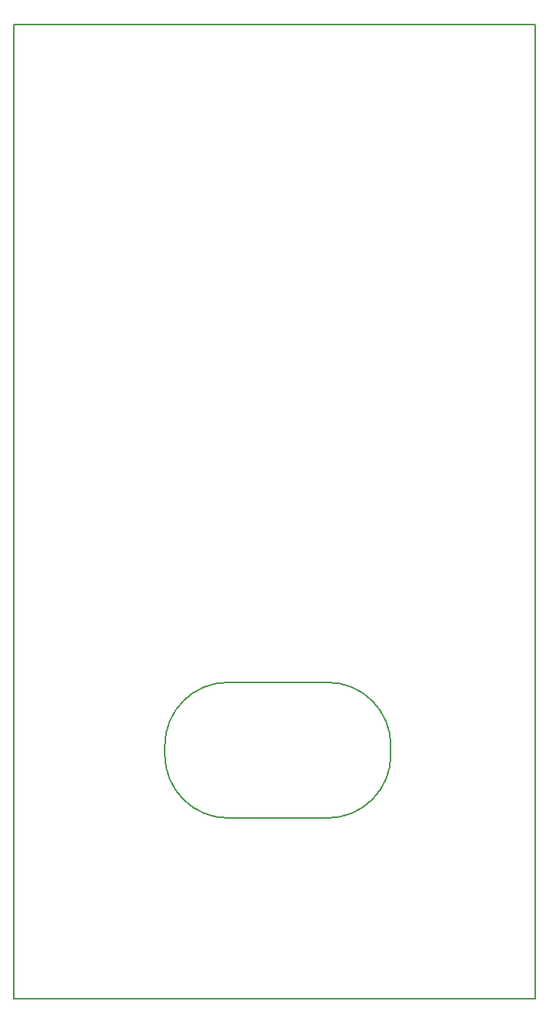
<source format=gbr>
G04 #@! TF.GenerationSoftware,KiCad,Pcbnew,(5.1.0-0)*
G04 #@! TF.CreationDate,2019-04-30T21:56:08-04:00*
G04 #@! TF.ProjectId,The Ear Tool,54686520-4561-4722-9054-6f6f6c2e6b69,1.3*
G04 #@! TF.SameCoordinates,Original*
G04 #@! TF.FileFunction,Profile,NP*
%FSLAX46Y46*%
G04 Gerber Fmt 4.6, Leading zero omitted, Abs format (unit mm)*
G04 Created by KiCad (PCBNEW (5.1.0-0)) date 2019-04-30 21:56:08*
%MOMM*%
%LPD*%
G04 APERTURE LIST*
%ADD10C,0.150000*%
G04 APERTURE END LIST*
D10*
X162000000Y-145000000D02*
X161000000Y-145000000D01*
X162000000Y-144000000D02*
X162000000Y-145000000D01*
X104300000Y-145000000D02*
X105300000Y-145000000D01*
X104300000Y-144000000D02*
X104300000Y-145000000D01*
X162000000Y-37300000D02*
X162000000Y-38300000D01*
X161000000Y-37300000D02*
X162000000Y-37300000D01*
X104300000Y-37300000D02*
X104300000Y-38300000D01*
X105300000Y-37300000D02*
X104300000Y-37300000D01*
X121000000Y-118000000D02*
X121000000Y-117000000D01*
X139000000Y-125000000D02*
X128000000Y-125000000D01*
X146000000Y-117000000D02*
X146000000Y-118000000D01*
X128000000Y-110000000D02*
X139000000Y-110000000D01*
X128000000Y-110000000D02*
G75*
G03X121000000Y-117000000I0J-7000000D01*
G01*
X121000000Y-118000000D02*
G75*
G03X128000000Y-125000000I7000000J0D01*
G01*
X139000000Y-125000000D02*
G75*
G03X146000000Y-118000000I0J7000000D01*
G01*
X146000000Y-117000000D02*
G75*
G03X139000000Y-110000000I-7000000J0D01*
G01*
X104300000Y-144000000D02*
X104300000Y-38300000D01*
X161000000Y-145000000D02*
X105300000Y-145000000D01*
X162000000Y-38300000D02*
X162000000Y-144000000D01*
X105300000Y-37300000D02*
X161000000Y-37300000D01*
M02*

</source>
